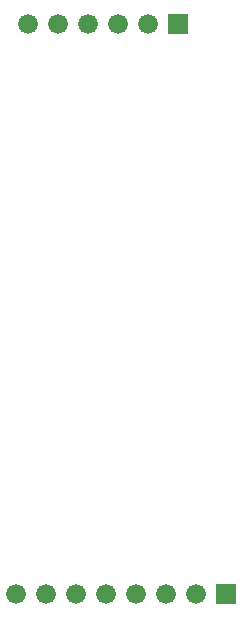
<source format=gbs>
G04 #@! TF.FileFunction,Soldermask,Bot*
%FSLAX46Y46*%
G04 Gerber Fmt 4.6, Leading zero omitted, Abs format (unit mm)*
G04 Created by KiCad (PCBNEW (2014-11-02 BZR 5250)-product) date 05/11/2014 13:18:46*
%MOMM*%
G01*
G04 APERTURE LIST*
%ADD10C,0.100000*%
%ADD11R,1.676400X1.676400*%
%ADD12C,1.676400*%
G04 APERTURE END LIST*
D10*
D11*
X127000000Y-127000000D03*
D12*
X124460000Y-127000000D03*
X121920000Y-127000000D03*
X119380000Y-127000000D03*
X116840000Y-127000000D03*
X114300000Y-127000000D03*
D11*
X131064000Y-175260000D03*
D12*
X128524000Y-175260000D03*
X125984000Y-175260000D03*
X123444000Y-175260000D03*
X120904000Y-175260000D03*
X118364000Y-175260000D03*
X115824000Y-175260000D03*
X113284000Y-175260000D03*
M02*

</source>
